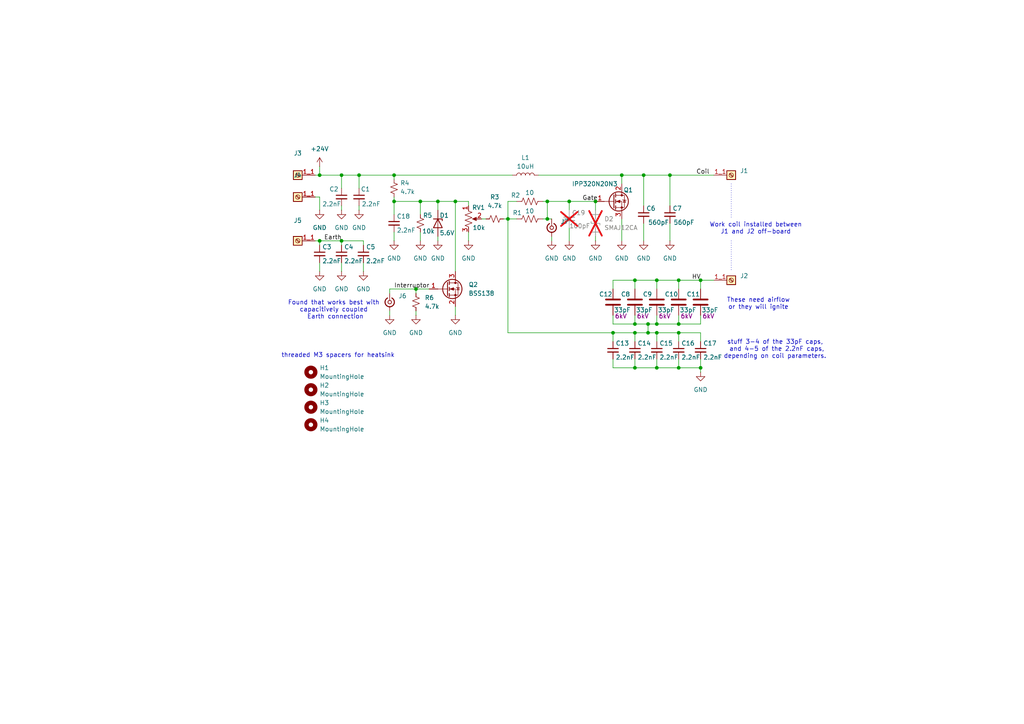
<source format=kicad_sch>
(kicad_sch (version 20231120) (generator "eeschema") (generator_version "8.0")
  (paper "A4")
  (lib_symbols
    (symbol "Connector:Conn_Coaxial_Small" (pin_numbers hide) (pin_names (offset 1.016) hide)
      (property "Reference" "J" (at 0.254 3.048 0))
      (property "Value" "Conn_Coaxial_Small" (at 0 -3.81 0))
      (symbol "Conn_Coaxial_Small_0_1"
        (polyline (pts (xy -2.54 0) (xy -0.508 0)))
        (circle (center 0 0) (radius 0.508) (stroke (width 0.2032)))
      )
      (symbol "Conn_Coaxial_Small_1_1"
        (arc (start -1.1916 -0.6311) (mid 0.327 -1.3081) (end 1.3484 0.0039) (stroke (width 0.3048)))
        (arc (start 1.3484 -0.0039) (mid 0.327 1.3081) (end -1.1916 0.6311) (stroke (width 0.3048)))
        (pin passive line (at -2.54 0 0) (length 1.27) (name "In") (number "1"))
        (pin passive line (at 2.54 0 180) (length 1.27) (name "Ext") (number "2"))
      )
    )
    (symbol "Device:C" (pin_numbers hide) (pin_names (offset 0.254))
      (property "Reference" "C" (at 0.635 2.54 0))
      (property "Value" "C" (at 0.635 -2.54 0))
      (symbol "C_0_1"
        (polyline (pts (xy -2.032 -0.762) (xy 2.032 -0.762)) (stroke (width 0.508)))
        (polyline (pts (xy -2.032 0.762) (xy 2.032 0.762)) (stroke (width 0.508)))
      )
      (symbol "C_1_1"
        (pin passive line (at 0 3.81 270) (length 2.794) (name "~") (number "1"))
        (pin passive line (at 0 -3.81 90) (length 2.794) (name "~") (number "2"))
      )
    )
    (symbol "Device:C_Small" (pin_numbers hide) (pin_names (offset 0.254) hide)
      (property "Reference" "C" (at 0.254 1.778 0))
      (property "Value" "C_Small" (at 0.254 -2.032 0))
      (symbol "C_Small_0_1"
        (polyline (pts (xy -1.524 -0.508) (xy 1.524 -0.508)) (stroke (width 0.3302)))
        (polyline (pts (xy -1.524 0.508) (xy 1.524 0.508)) (stroke (width 0.3048)))
      )
      (symbol "C_Small_1_1"
        (pin passive line (at 0 2.54 270) (length 2.032) (name "~") (number "1"))
        (pin passive line (at 0 -2.54 90) (length 2.032) (name "~") (number "2"))
      )
    )
    (symbol "Device:D_Zener" (pin_numbers hide) (pin_names (offset 1.016) hide)
      (property "Reference" "D" (at 0 2.54 0))
      (property "Value" "D_Zener" (at 0 -2.54 0))
      (symbol "D_Zener_0_1"
        (polyline (pts (xy 1.27 0) (xy -1.27 0)))
        (polyline (pts (xy -1.27 -1.27) (xy -1.27 1.27) (xy -0.762 1.27)) (stroke (width 0.254)))
        (polyline (pts (xy 1.27 -1.27) (xy 1.27 1.27) (xy -1.27 0) (xy 1.27 -1.27)) (stroke (width 0.254)))
      )
      (symbol "D_Zener_1_1"
        (pin passive line (at -3.81 0 0) (length 2.54) (name "K") (number "1"))
        (pin passive line (at 3.81 0 180) (length 2.54) (name "A") (number "2"))
      )
    )
    (symbol "Device:L" (pin_numbers hide) (pin_names (offset 1.016) hide)
      (property "Reference" "L" (at -1.27 0 90))
      (property "Value" "L" (at 1.905 0 90))
      (symbol "L_0_1"
        (arc (start 0 -2.54) (mid 0.6323 -1.905) (end 0 -1.27))
        (arc (start 0 -1.27) (mid 0.6323 -0.635) (end 0 0))
        (arc (start 0 0) (mid 0.6323 0.635) (end 0 1.27))
        (arc (start 0 1.27) (mid 0.6323 1.905) (end 0 2.54))
      )
      (symbol "L_1_1"
        (pin passive line (at 0 3.81 270) (length 1.27) (name "1") (number "1"))
        (pin passive line (at 0 -3.81 90) (length 1.27) (name "2") (number "2"))
      )
    )
    (symbol "Device:R_Potentiometer_US" (pin_names (offset 1.016) hide)
      (property "Reference" "RV" (at -4.445 0 90))
      (property "Value" "R_Potentiometer_US" (at -2.54 0 90))
      (symbol "R_Potentiometer_US_0_1"
        (polyline (pts (xy 0 -2.286) (xy 0 -2.54)))
        (polyline (pts (xy 0 2.54) (xy 0 2.286)))
        (polyline (pts (xy 2.54 0) (xy 1.524 0)))
        (polyline (pts (xy 1.143 0) (xy 2.286 0.508) (xy 2.286 -0.508) (xy 1.143 0)) (fill (type outline)))
        (polyline (pts (xy 0 -0.762) (xy 1.016 -1.143) (xy 0 -1.524) (xy -1.016 -1.905) (xy 0 -2.286)))
        (polyline (pts (xy 0 0.762) (xy 1.016 0.381) (xy 0 0) (xy -1.016 -0.381) (xy 0 -0.762)))
        (polyline (pts (xy 0 2.286) (xy 1.016 1.905) (xy 0 1.524) (xy -1.016 1.143) (xy 0 0.762)))
      )
      (symbol "R_Potentiometer_US_1_1"
        (pin passive line (at 0 3.81 270) (length 1.27) (name "1") (number "1"))
        (pin passive line (at 3.81 0 180) (length 1.27) (name "2") (number "2"))
        (pin passive line (at 0 -3.81 90) (length 1.27) (name "3") (number "3"))
      )
    )
    (symbol "Device:R_Small_US" (pin_numbers hide) (pin_names (offset 0.254) hide)
      (property "Reference" "R" (at 0.762 0.508 0))
      (property "Value" "R_Small_US" (at 0.762 -1.016 0))
      (symbol "R_Small_US_1_1"
        (polyline (pts (xy 0 0) (xy 1.016 -0.381) (xy 0 -0.762) (xy -1.016 -1.143) (xy 0 -1.524)))
        (polyline (pts (xy 0 1.524) (xy 1.016 1.143) (xy 0 0.762) (xy -1.016 0.381) (xy 0 0)))
        (pin passive line (at 0 2.54 270) (length 1.016) (name "~") (number "1"))
        (pin passive line (at 0 -2.54 90) (length 1.016) (name "~") (number "2"))
      )
    )
    (symbol "Device:R_US" (pin_numbers hide) (pin_names (offset 0))
      (property "Reference" "R" (at 2.54 0 90))
      (property "Value" "R_US" (at -2.54 0 90))
      (symbol "R_US_0_1"
        (polyline (pts (xy 0 -2.286) (xy 0 -2.54)))
        (polyline (pts (xy 0 2.286) (xy 0 2.54)))
        (polyline (pts (xy 0 -0.762) (xy 1.016 -1.143) (xy 0 -1.524) (xy -1.016 -1.905) (xy 0 -2.286)))
        (polyline (pts (xy 0 0.762) (xy 1.016 0.381) (xy 0 0) (xy -1.016 -0.381) (xy 0 -0.762)))
        (polyline (pts (xy 0 2.286) (xy 1.016 1.905) (xy 0 1.524) (xy -1.016 1.143) (xy 0 0.762)))
      )
      (symbol "R_US_1_1"
        (pin passive line (at 0 3.81 270) (length 1.27) (name "~") (number "1"))
        (pin passive line (at 0 -3.81 90) (length 1.27) (name "~") (number "2"))
      )
    )
    (symbol "Diode:SMAJ12CA" (pin_numbers hide) (pin_names (offset 1.016) hide)
      (property "Reference" "D" (at 0 2.54 0))
      (property "Value" "SMAJ12CA" (at 0 -2.54 0))
      (symbol "SMAJ12CA_0_1"
        (polyline (pts (xy 1.27 0) (xy -1.27 0)))
        (polyline (pts (xy -2.54 -1.27) (xy 0 0) (xy -2.54 1.27) (xy -2.54 -1.27)) (stroke (width 0.2032)))
        (polyline (pts (xy 0.508 1.27) (xy 0 1.27) (xy 0 -1.27) (xy -0.508 -1.27)) (stroke (width 0.2032)))
        (polyline (pts (xy 2.54 1.27) (xy 2.54 -1.27) (xy 0 0) (xy 2.54 1.27)) (stroke (width 0.2032)))
      )
      (symbol "SMAJ12CA_1_1"
        (pin passive line (at -3.81 0 0) (length 2.54) (name "A1") (number "1"))
        (pin passive line (at 3.81 0 180) (length 2.54) (name "A2") (number "2"))
      )
    )
    (symbol "Mechanical:MountingHole" (pin_names (offset 1.016)) (exclude_from_sim yes) (in_bom no)
      (property "Reference" "H" (at 0 5.08 0))
      (property "Value" "MountingHole" (at 0 3.175 0))
      (symbol "MountingHole_0_1"
        (circle (center 0 0) (radius 1.27) (stroke (width 1.27)))
      )
    )
    (symbol "Transistor_FET:BSS138" (pin_names hide)
      (property "Reference" "Q" (at 5.08 1.905 0))
      (property "Value" "BSS138" (at 5.08 0 0))
      (symbol "BSS138_0_1"
        (polyline (pts (xy 0.254 0) (xy -2.54 0)))
        (polyline (pts (xy 0.254 1.905) (xy 0.254 -1.905)) (stroke (width 0.254)))
        (polyline (pts (xy 0.762 -1.27) (xy 0.762 -2.286)) (stroke (width 0.254)))
        (polyline (pts (xy 0.762 0.508) (xy 0.762 -0.508)) (stroke (width 0.254)))
        (polyline (pts (xy 0.762 2.286) (xy 0.762 1.27)) (stroke (width 0.254)))
        (polyline (pts (xy 2.54 2.54) (xy 2.54 1.778)))
        (polyline (pts (xy 2.54 -2.54) (xy 2.54 0) (xy 0.762 0)))
        (polyline (pts (xy 0.762 -1.778) (xy 3.302 -1.778) (xy 3.302 1.778) (xy 0.762 1.778)))
        (polyline (pts (xy 1.016 0) (xy 2.032 0.381) (xy 2.032 -0.381) (xy 1.016 0)) (fill (type outline)))
        (polyline (pts (xy 2.794 0.508) (xy 2.921 0.381) (xy 3.683 0.381) (xy 3.81 0.254)))
        (polyline (pts (xy 3.302 0.381) (xy 2.921 -0.254) (xy 3.683 -0.254) (xy 3.302 0.381)))
        (circle (center 1.651 0) (radius 2.794) (stroke (width 0.254)))
        (circle (center 2.54 -1.778) (radius 0.254) (fill (type outline)))
        (circle (center 2.54 1.778) (radius 0.254) (fill (type outline)))
      )
      (symbol "BSS138_1_1"
        (pin input line (at -5.08 0 0) (length 2.54) (name "G") (number "1"))
        (pin passive line (at 2.54 -5.08 90) (length 2.54) (name "S") (number "2"))
        (pin passive line (at 2.54 5.08 270) (length 2.54) (name "D") (number "3"))
      )
    )
    (symbol "donutlib:IPP320N20N3" (pin_names hide)
      (property "Reference" "Q" (at 5.08 1.905 0))
      (property "Value" "IPP320N20N3" (at 5.08 0 0))
      (symbol "IPP320N20N3_0_1"
        (polyline (pts (xy 0.254 0) (xy -2.54 0)))
        (polyline (pts (xy 0.254 1.905) (xy 0.254 -1.905)) (stroke (width 0.254)))
        (polyline (pts (xy 0.762 -1.27) (xy 0.762 -2.286)) (stroke (width 0.254)))
        (polyline (pts (xy 0.762 0.508) (xy 0.762 -0.508)) (stroke (width 0.254)))
        (polyline (pts (xy 0.762 2.286) (xy 0.762 1.27)) (stroke (width 0.254)))
        (polyline (pts (xy 2.54 2.54) (xy 2.54 1.778)))
        (polyline (pts (xy 2.54 -2.54) (xy 2.54 0) (xy 0.762 0)))
        (polyline (pts (xy 0.762 -1.778) (xy 3.302 -1.778) (xy 3.302 1.778) (xy 0.762 1.778)))
        (polyline (pts (xy 1.016 0) (xy 2.032 0.381) (xy 2.032 -0.381) (xy 1.016 0)) (fill (type outline)))
        (polyline (pts (xy 2.794 0.508) (xy 2.921 0.381) (xy 3.683 0.381) (xy 3.81 0.254)))
        (polyline (pts (xy 3.302 0.381) (xy 2.921 -0.254) (xy 3.683 -0.254) (xy 3.302 0.381)))
        (circle (center 1.651 0) (radius 2.794) (stroke (width 0.254)))
        (circle (center 2.54 -1.778) (radius 0.254) (fill (type outline)))
        (circle (center 2.54 1.778) (radius 0.254) (fill (type outline)))
      )
      (symbol "IPP320N20N3_1_1"
        (pin input line (at -5.08 0 0) (length 2.54) (name "G") (number "1"))
        (pin passive line (at 2.54 5.08 270) (length 2.54) (name "D") (number "2"))
        (pin passive line (at 2.54 -5.08 90) (length 2.54) (name "S") (number "3"))
      )
    )
    (symbol "donutlib:Keystone_7767" (pin_names (offset 1.016) hide)
      (property "Reference" "J" (at 0 2.54 0))
      (property "Value" "Keystone 7767" (at 0 -2.54 0))
      (symbol "Keystone_7767_1_1"
        (rectangle (start -1.27 1.27) (end 1.27 -1.27) (stroke (width 0.254)) (fill (type background)))
        (polyline (pts (xy -0.5334 0.3302) (xy 0.3302 -0.508)) (stroke (width 0.1524)))
        (polyline (pts (xy -0.3556 0.508) (xy 0.508 -0.3302)) (stroke (width 0.1524)))
        (circle (center 0 0) (radius 0.635) (stroke (width 0.1524)))
        (pin passive line (at -5.08 0 0) (length 3.81) (name "Pin_1") (number "1_1"))
        (pin passive line (at -5.08 0 0) (length 3.81) hide (name "Pin_1") (number "1_2"))
        (pin passive line (at -5.08 0 0) (length 3.81) hide (name "Pin_1") (number "1_3"))
        (pin passive line (at -5.08 0 0) (length 3.81) hide (name "Pin_1") (number "1_4"))
      )
    )
    (symbol "power:+24V" (power) (pin_numbers hide) (pin_names (offset 0) hide)
      (property "Value" "+24V" (at 0 3.556 0))
      (symbol "+24V_0_1"
        (polyline (pts (xy -0.762 1.27) (xy 0 2.54)))
        (polyline (pts (xy 0 0) (xy 0 2.54)))
        (polyline (pts (xy 0 2.54) (xy 0.762 1.27)))
      )
      (symbol "+24V_1_1"
        (pin power_in line (at 0 0 90) (length 0) (name "~") (number "1"))
      )
    )
    (symbol "power:GND" (power) (pin_numbers hide) (pin_names (offset 0) hide)
      (property "Value" "GND" (at 0 -3.81 0))
      (symbol "GND_0_1"
        (polyline (pts (xy 0 0) (xy 0 -1.27) (xy 1.27 -1.27) (xy 0 -2.54) (xy -1.27 -1.27) (xy 0 -1.27)))
      )
      (symbol "GND_1_1"
        (pin power_in line (at 0 0 270) (length 0) (name "~") (number "1"))
      )
    )
  )
  (junction (at 184.15 106.68))
  (junction (at 184.15 93.98))
  (junction (at 190.5 81.28))
  (junction (at 187.96 93.98))
  (junction (at 114.3 50.8))
  (junction (at 196.85 81.28))
  (junction (at 165.1 58.42))
  (junction (at 190.5 96.52))
  (junction (at 158.75 58.42))
  (junction (at 203.2 106.68))
  (junction (at 196.85 106.68))
  (junction (at 114.3 58.42))
  (junction (at 132.08 58.42))
  (junction (at 120.65 83.82))
  (junction (at 196.85 96.52))
  (junction (at 196.85 93.98))
  (junction (at 184.15 81.28))
  (junction (at 180.34 50.8))
  (junction (at 186.69 50.8))
  (junction (at 190.5 106.68))
  (junction (at 104.14 50.8))
  (junction (at 127 58.42))
  (junction (at 190.5 93.98))
  (junction (at 158.75 63.5))
  (junction (at 99.06 50.8))
  (junction (at 187.96 96.52))
  (junction (at 203.2 81.28))
  (junction (at 92.71 50.8))
  (junction (at 172.72 58.42))
  (junction (at 177.8 96.52))
  (junction (at 121.92 58.42))
  (junction (at 99.06 69.85))
  (junction (at 147.32 63.5))
  (junction (at 184.15 96.52))
  (junction (at 92.71 69.85))
  (junction (at 194.31 50.8))
  (wire (pts (xy 184.15 96.52) (xy 184.15 99.06)))
  (wire (pts (xy 190.5 106.68) (xy 196.85 106.68)))
  (wire (pts (xy 165.1 58.42) (xy 165.1 60.96)))
  (wire (pts (xy 146.05 63.5) (xy 147.32 63.5)))
  (wire (pts (xy 127 58.42) (xy 127 60.96)))
  (wire (pts (xy 190.5 96.52) (xy 196.85 96.52)))
  (wire (pts (xy 160.02 68.58) (xy 160.02 69.85)))
  (wire (pts (xy 203.2 104.14) (xy 203.2 106.68)))
  (wire (pts (xy 158.75 58.42) (xy 158.75 63.5)))
  (wire (pts (xy 147.32 96.52) (xy 177.8 96.52)))
  (wire (pts (xy 190.5 104.14) (xy 190.5 106.68)))
  (wire (pts (xy 99.06 71.12) (xy 99.06 69.85)))
  (wire (pts (xy 196.85 106.68) (xy 203.2 106.68)))
  (wire (pts (xy 184.15 106.68) (xy 190.5 106.68)))
  (wire (pts (xy 113.03 90.17) (xy 113.03 91.44)))
  (wire (pts (xy 157.48 58.42) (xy 158.75 58.42)))
  (polyline (pts (xy 212.09 53.34) (xy 212.09 63.5)) (stroke (width 0) (type dot)))
  (wire (pts (xy 190.5 93.98) (xy 196.85 93.98)))
  (wire (pts (xy 160.02 63.5) (xy 158.75 63.5)))
  (wire (pts (xy 99.06 59.69) (xy 99.06 60.96)))
  (wire (pts (xy 196.85 99.06) (xy 196.85 96.52)))
  (wire (pts (xy 92.71 48.26) (xy 92.71 50.8)))
  (wire (pts (xy 207.01 81.28) (xy 203.2 81.28)))
  (wire (pts (xy 190.5 83.82) (xy 190.5 81.28)))
  (wire (pts (xy 147.32 63.5) (xy 147.32 96.52)))
  (wire (pts (xy 190.5 99.06) (xy 190.5 96.52)))
  (wire (pts (xy 104.14 50.8) (xy 114.3 50.8)))
  (wire (pts (xy 203.2 106.68) (xy 203.2 107.95)))
  (wire (pts (xy 104.14 50.8) (xy 104.14 54.61)))
  (wire (pts (xy 190.5 81.28) (xy 196.85 81.28)))
  (wire (pts (xy 99.06 69.85) (xy 105.41 69.85)))
  (wire (pts (xy 135.89 67.31) (xy 135.89 69.85)))
  (wire (pts (xy 127 58.42) (xy 132.08 58.42)))
  (wire (pts (xy 91.44 50.8) (xy 92.71 50.8)))
  (wire (pts (xy 92.71 69.85) (xy 99.06 69.85)))
  (wire (pts (xy 187.96 93.98) (xy 190.5 93.98)))
  (wire (pts (xy 114.3 50.8) (xy 114.3 52.07)))
  (wire (pts (xy 177.8 106.68) (xy 184.15 106.68)))
  (wire (pts (xy 186.69 50.8) (xy 186.69 59.69)))
  (wire (pts (xy 113.03 83.82) (xy 120.65 83.82)))
  (wire (pts (xy 165.1 58.42) (xy 172.72 58.42)))
  (wire (pts (xy 147.32 58.42) (xy 147.32 63.5)))
  (wire (pts (xy 158.75 58.42) (xy 165.1 58.42)))
  (wire (pts (xy 121.92 67.31) (xy 121.92 69.85)))
  (wire (pts (xy 140.97 63.5) (xy 139.7 63.5)))
  (wire (pts (xy 147.32 58.42) (xy 149.86 58.42)))
  (wire (pts (xy 172.72 68.58) (xy 172.72 69.85)))
  (wire (pts (xy 177.8 81.28) (xy 184.15 81.28)))
  (wire (pts (xy 135.89 58.42) (xy 135.89 59.69)))
  (wire (pts (xy 99.06 50.8) (xy 99.06 54.61)))
  (wire (pts (xy 177.8 96.52) (xy 184.15 96.52)))
  (wire (pts (xy 172.72 58.42) (xy 172.72 60.96)))
  (wire (pts (xy 184.15 83.82) (xy 184.15 81.28)))
  (wire (pts (xy 104.14 59.69) (xy 104.14 60.96)))
  (wire (pts (xy 114.3 50.8) (xy 148.59 50.8)))
  (wire (pts (xy 156.21 50.8) (xy 180.34 50.8)))
  (wire (pts (xy 203.2 91.44) (xy 203.2 93.98)))
  (wire (pts (xy 177.8 104.14) (xy 177.8 106.68)))
  (wire (pts (xy 194.31 64.77) (xy 194.31 69.85)))
  (wire (pts (xy 99.06 76.2) (xy 99.06 78.74)))
  (wire (pts (xy 196.85 81.28) (xy 203.2 81.28)))
  (wire (pts (xy 92.71 50.8) (xy 99.06 50.8)))
  (wire (pts (xy 203.2 99.06) (xy 203.2 96.52)))
  (wire (pts (xy 186.69 50.8) (xy 194.31 50.8)))
  (polyline (pts (xy 212.09 69.85) (xy 212.09 78.74)) (stroke (width 0) (type dot)))
  (wire (pts (xy 120.65 90.17) (xy 120.65 91.44)))
  (wire (pts (xy 121.92 58.42) (xy 121.92 62.23)))
  (wire (pts (xy 177.8 99.06) (xy 177.8 96.52)))
  (wire (pts (xy 186.69 64.77) (xy 186.69 69.85)))
  (wire (pts (xy 120.65 83.82) (xy 120.65 85.09)))
  (wire (pts (xy 124.46 83.82) (xy 120.65 83.82)))
  (wire (pts (xy 196.85 91.44) (xy 196.85 93.98)))
  (wire (pts (xy 99.06 50.8) (xy 104.14 50.8)))
  (wire (pts (xy 92.71 69.85) (xy 91.44 69.85)))
  (wire (pts (xy 194.31 50.8) (xy 194.31 59.69)))
  (wire (pts (xy 114.3 58.42) (xy 114.3 62.23)))
  (wire (pts (xy 92.71 60.96) (xy 92.71 57.15)))
  (wire (pts (xy 149.86 63.5) (xy 147.32 63.5)))
  (wire (pts (xy 114.3 57.15) (xy 114.3 58.42)))
  (wire (pts (xy 180.34 50.8) (xy 186.69 50.8)))
  (wire (pts (xy 184.15 81.28) (xy 190.5 81.28)))
  (wire (pts (xy 132.08 58.42) (xy 135.89 58.42)))
  (wire (pts (xy 114.3 58.42) (xy 121.92 58.42)))
  (wire (pts (xy 105.41 71.12) (xy 105.41 69.85)))
  (wire (pts (xy 194.31 50.8) (xy 207.01 50.8)))
  (wire (pts (xy 184.15 91.44) (xy 184.15 93.98)))
  (wire (pts (xy 187.96 96.52) (xy 190.5 96.52)))
  (wire (pts (xy 203.2 81.28) (xy 203.2 83.82)))
  (wire (pts (xy 196.85 104.14) (xy 196.85 106.68)))
  (wire (pts (xy 196.85 96.52) (xy 203.2 96.52)))
  (wire (pts (xy 187.96 93.98) (xy 187.96 96.52)))
  (wire (pts (xy 177.8 93.98) (xy 184.15 93.98)))
  (wire (pts (xy 105.41 76.2) (xy 105.41 78.74)))
  (wire (pts (xy 190.5 91.44) (xy 190.5 93.98)))
  (wire (pts (xy 113.03 85.09) (xy 113.03 83.82)))
  (wire (pts (xy 132.08 58.42) (xy 132.08 78.74)))
  (wire (pts (xy 184.15 104.14) (xy 184.15 106.68)))
  (wire (pts (xy 180.34 50.8) (xy 180.34 53.34)))
  (wire (pts (xy 92.71 69.85) (xy 92.71 71.12)))
  (wire (pts (xy 184.15 93.98) (xy 187.96 93.98)))
  (wire (pts (xy 184.15 96.52) (xy 187.96 96.52)))
  (wire (pts (xy 157.48 63.5) (xy 158.75 63.5)))
  (wire (pts (xy 92.71 57.15) (xy 91.44 57.15)))
  (wire (pts (xy 196.85 83.82) (xy 196.85 81.28)))
  (wire (pts (xy 165.1 66.04) (xy 165.1 69.85)))
  (wire (pts (xy 177.8 83.82) (xy 177.8 81.28)))
  (wire (pts (xy 196.85 93.98) (xy 203.2 93.98)))
  (wire (pts (xy 132.08 91.44) (xy 132.08 88.9)))
  (wire (pts (xy 121.92 58.42) (xy 127 58.42)))
  (wire (pts (xy 114.3 67.31) (xy 114.3 69.85)))
  (wire (pts (xy 180.34 63.5) (xy 180.34 69.85)))
  (wire (pts (xy 177.8 91.44) (xy 177.8 93.98)))
  (wire (pts (xy 127 69.85) (xy 127 68.58)))
  (wire (pts (xy 92.71 76.2) (xy 92.71 78.74)))
  (text "Work coil installed between\nJ1 and J2 off-board" (at 219.202 66.294 0) (effects (font (size 1.27 1.27))))
  (text "threaded M3 spacers for heatsink" (at 98.044 103.124 0) (effects (font (size 1.27 1.27))))
  (text "These need airflow\nor they will ignite" (at 219.964 88.138 0) (effects (font (size 1.27 1.27))))
  (text "stuff 3-4 of the 33pF caps, \nand 4-5 of the 2.2nF caps,\ndepending on coil parameters. " (at 225.298 101.346 0) (effects (font (size 1.27 1.27))))
  (text "Found that works best with \ncapacitively coupled \nEarth connection" (at 97.282 89.916 0) (effects (font (size 1.27 1.27))))
  (label "Gate" (at 168.91 58.42 0))
  (label "Interruptor" (at 114.3 83.82 0))
  (label "Earth" (at 93.98 69.85 0))
  (label "HV" (at 200.66 81.28 0))
  (label "Coil" (at 201.93 50.8 0))
  (symbol (lib_id "Device:C") (at 196.85 87.63 0) (unit 1)
    (property "Reference" "C10" (at 192.786 85.344 0) (effects (justify left)))
    (property "Value" "33pF" (at 197.104 89.916 0) (effects (justify left)))
    (property "Footprint" "donutlib:TDK_Disc_D7.5mm_W5.0mm_P7.50mm" (effects (hide yes)))
    (property "Datasheet" "https://product.tdk.com/system/files/dam/doc/product/capacitor/ceramic/lead-disc/catalog/leaddisc_commercial_cc45_en.pdf?ref_disty=mouser" (effects (hide yes)))
    (property "Description" "Unpolarized capacitor" (effects (hide yes)))
    (property "MPN" "CC45SL3JD330JYNNA " (effects (hide yes)))
    (property "Voltage" "6kV" (at 199.136 91.694 0))
    (property "Dielectric" "SL" (effects (hide yes)))
  )
  (symbol (lib_id "Device:C_Small") (at 196.85 101.6 0) (unit 1)
    (property "Reference" "C16" (at 197.612 99.568 0) (effects (justify left)))
    (property "Value" "2.2nF" (at 197.612 103.632 0) (effects (justify left)))
    (property "Footprint" "Capacitor_SMD:C_0805_2012Metric" (effects (hide yes)))
    (property "Datasheet" "https://search.kemet.com/download/datasheet/C0805C222JAGACAUTO" (effects (hide yes)))
    (property "Description" "Unpolarized capacitor, small symbol" (effects (hide yes)))
    (property "MPN" "C0805C222JAGACAUTO" (effects (hide yes)))
    (property "Voltage" "250V" (effects (hide yes)))
    (property "Dielectric" "C0G/NP0" (effects (hide yes)))
  )
  (symbol (lib_id "Mechanical:MountingHole") (at 90.17 123.19 0) (unit 1) (exclude_from_sim yes) (in_bom no)
    (property "Reference" "H4" (at 92.71 121.9199 0) (effects (justify left)))
    (property "Value" "MountingHole" (at 92.71 124.4599 0) (effects (justify left)))
    (property "Footprint" "donutlib:WA-SMSI_9774025360" (effects (hide yes)))
    (property "Description" "Mounting Hole without connection" (effects (hide yes)))
  )
  (symbol (lib_id "Mechanical:MountingHole") (at 90.17 113.03 0) (unit 1) (exclude_from_sim yes) (in_bom no)
    (property "Reference" "H2" (at 92.71 111.7599 0) (effects (justify left)))
    (property "Value" "MountingHole" (at 92.71 114.2999 0) (effects (justify left)))
    (property "Footprint" "donutlib:WA-SMSI_9774025360" (effects (hide yes)))
    (property "Description" "Mounting Hole without connection" (effects (hide yes)))
  )
  (symbol (lib_id "Device:R_US") (at 153.67 58.42 90) (unit 1)
    (property "Reference" "R2" (at 150.876 56.642 90) (effects (justify left)))
    (property "Value" "10" (at 154.94 55.88 90) (effects (justify left)))
    (property "Footprint" "Resistor_SMD:R_2512_6332Metric" (effects (hide yes)))
    (property "Description" "Resistor, US symbol" (effects (hide yes)))
    (property "MPN" "SR2512JK-7W10RL" (effects (hide yes)))
  )
  (symbol (lib_id "power:GND") (at 92.71 60.96 0) (unit 1)
    (property "Reference" "#PWR02" (effects (hide yes)))
    (property "Value" "GND" (at 92.71 66.04 0))
    (property "Description" "Power symbol creates a global label with name \"GND\" , ground" (effects (hide yes)))
  )
  (symbol (lib_id "power:GND") (at 172.72 69.85 0) (unit 1)
    (property "Reference" "#PWR016" (effects (hide yes)))
    (property "Value" "GND" (at 172.72 74.93 0))
    (property "Description" "Power symbol creates a global label with name \"GND\" , ground" (effects (hide yes)))
  )
  (symbol (lib_id "Connector:Conn_Coaxial_Small") (at 160.02 66.04 270) (unit 1)
    (property "Reference" "J7" (at 162.56 64.2503 90) (effects (justify left)))
    (property "Value" "Conn_Coaxial_Small" (effects (hide yes)))
    (property "Footprint" "Connector_Coaxial:SMA_Amphenol_132134-11_Vertical" (effects (hide yes)))
    (property "Description" "small coaxial connector (BNC, SMA, SMB, SMC, Cinch/RCA, LEMO, ...)" (effects (hide yes)))
  )
  (symbol (lib_id "Device:C_Small") (at 165.1 63.5 0) (unit 1) (in_bom no) (dnp yes)
    (property "Reference" "C19" (at 165.862 61.722 0) (effects (justify left)))
    (property "Value" "100pF" (at 165.1 65.532 0) (effects (justify left)))
    (property "Footprint" "Capacitor_SMD:C_1206_3216Metric" (effects (hide yes)))
    (property "Description" "Unpolarized capacitor, small symbol" (effects (hide yes)))
  )
  (symbol (lib_id "power:GND") (at 105.41 78.74 0) (unit 1)
    (property "Reference" "#PWR05" (effects (hide yes)))
    (property "Value" "GND" (at 105.41 83.82 0))
    (property "Description" "Power symbol creates a global label with name \"GND\" , ground" (effects (hide yes)))
  )
  (symbol (lib_id "power:GND") (at 92.71 78.74 0) (unit 1)
    (property "Reference" "#PWR03" (effects (hide yes)))
    (property "Value" "GND" (at 92.71 83.82 0))
    (property "Description" "Power symbol creates a global label with name \"GND\" , ground" (effects (hide yes)))
  )
  (symbol (lib_id "Device:C_Small") (at 99.06 73.66 0) (unit 1)
    (property "Reference" "C4" (at 99.822 71.628 0) (effects (justify left)))
    (property "Value" "2.2nF" (at 99.822 75.692 0) (effects (justify left)))
    (property "Footprint" "Capacitor_SMD:C_0805_2012Metric" (effects (hide yes)))
    (property "Datasheet" "https://search.kemet.com/download/datasheet/C0805C222JAGACAUTO" (effects (hide yes)))
    (property "Description" "Unpolarized capacitor, small symbol" (effects (hide yes)))
    (property "MPN" "C0805C222JAGACAUTO" (effects (hide yes)))
    (property "Voltage" "250V" (effects (hide yes)))
    (property "Dielectric" "C0G/NP0" (effects (hide yes)))
  )
  (symbol (lib_id "Device:R_Small_US") (at 114.3 54.61 180) (unit 1)
    (property "Reference" "R4" (at 116.078 53.086 0) (effects (justify right)))
    (property "Value" "4.7k" (at 116.078 55.626 0) (effects (justify right)))
    (property "Footprint" "Resistor_SMD:R_0603_1608Metric" (effects (hide yes)))
    (property "Description" "Resistor, small US symbol" (effects (hide yes)))
  )
  (symbol (lib_id "power:GND") (at 114.3 69.85 0) (unit 1)
    (property "Reference" "#PWR015" (effects (hide yes)))
    (property "Value" "GND" (at 114.3 74.93 0))
    (property "Description" "Power symbol creates a global label with name \"GND\" , ground" (effects (hide yes)))
  )
  (symbol (lib_id "power:GND") (at 132.08 91.44 0) (unit 1)
    (property "Reference" "#PWR017" (effects (hide yes)))
    (property "Value" "GND" (at 132.08 96.52 0))
    (property "Description" "Power symbol creates a global label with name \"GND\" , ground" (effects (hide yes)))
  )
  (symbol (lib_id "power:GND") (at 121.92 69.85 0) (unit 1)
    (property "Reference" "#PWR013" (effects (hide yes)))
    (property "Value" "GND" (at 121.92 74.93 0))
    (property "Description" "Power symbol creates a global label with name \"GND\" , ground" (effects (hide yes)))
  )
  (symbol (lib_id "donutlib:Keystone_7767") (at 212.09 50.8 0) (unit 1)
    (property "Reference" "J1" (at 214.63 49.5299 0) (effects (justify left)))
    (property "Value" "Keystone 7767" (effects (hide yes)))
    (property "Footprint" "donutlib:KEYSTONE_7767" (effects (hide yes)))
    (property "Datasheet" "https://www.keyelco.com/userAssets/file/M65p69.pdf" (effects (hide yes)))
    (property "Description" "4 Pin Screw Terminal, Power Tap M4 Through Hole" (effects (hide yes)))
  )
  (symbol (lib_id "Device:C") (at 190.5 87.63 0) (unit 1)
    (property "Reference" "C9" (at 186.436 85.344 0) (effects (justify left)))
    (property "Value" "33pF" (at 190.754 89.916 0) (effects (justify left)))
    (property "Footprint" "donutlib:TDK_Disc_D7.5mm_W5.0mm_P7.50mm" (effects (hide yes)))
    (property "Datasheet" "https://product.tdk.com/system/files/dam/doc/product/capacitor/ceramic/lead-disc/catalog/leaddisc_commercial_cc45_en.pdf?ref_disty=mouser" (effects (hide yes)))
    (property "Description" "Unpolarized capacitor" (effects (hide yes)))
    (property "MPN" "CC45SL3JD330JYNNA " (effects (hide yes)))
    (property "Voltage" "6kV" (at 192.786 91.694 0))
    (property "Dielectric" "SL" (effects (hide yes)))
  )
  (symbol (lib_id "power:GND") (at 160.02 69.85 0) (unit 1)
    (property "Reference" "#PWR021" (effects (hide yes)))
    (property "Value" "GND" (at 160.02 74.93 0))
    (property "Description" "Power symbol creates a global label with name \"GND\" , ground" (effects (hide yes)))
  )
  (symbol (lib_id "Device:C") (at 177.8 87.63 0) (unit 1)
    (property "Reference" "C12" (at 173.736 85.344 0) (effects (justify left)))
    (property "Value" "33pF" (at 178.054 89.916 0) (effects (justify left)))
    (property "Footprint" "donutlib:TDK_Disc_D7.5mm_W5.0mm_P7.50mm" (effects (hide yes)))
    (property "Datasheet" "https://product.tdk.com/system/files/dam/doc/product/capacitor/ceramic/lead-disc/catalog/leaddisc_commercial_cc45_en.pdf?ref_disty=mouser" (effects (hide yes)))
    (property "Description" "Unpolarized capacitor" (effects (hide yes)))
    (property "MPN" "CC45SL3JD330JYNNA " (effects (hide yes)))
    (property "Voltage" "6kV" (at 180.086 91.694 0))
    (property "Dielectric" "SL" (effects (hide yes)))
  )
  (symbol (lib_id "Device:C_Small") (at 114.3 64.77 0) (unit 1)
    (property "Reference" "C18" (at 115.062 62.738 0) (effects (justify left)))
    (property "Value" "2.2nF" (at 115.062 66.802 0) (effects (justify left)))
    (property "Footprint" "Capacitor_SMD:C_0805_2012Metric" (effects (hide yes)))
    (property "Datasheet" "https://search.kemet.com/download/datasheet/C0805C222JAGACAUTO" (effects (hide yes)))
    (property "Description" "Unpolarized capacitor, small symbol" (effects (hide yes)))
    (property "MPN" "C0805C222JAGACAUTO" (effects (hide yes)))
    (property "Voltage" "250V" (effects (hide yes)))
    (property "Dielectric" "C0G/NP0" (effects (hide yes)))
  )
  (symbol (lib_id "power:GND") (at 203.2 107.95 0) (unit 1)
    (property "Reference" "#PWR011" (effects (hide yes)))
    (property "Value" "GND" (at 203.2 113.03 0))
    (property "Description" "Power symbol creates a global label with name \"GND\" , ground" (effects (hide yes)))
  )
  (symbol (lib_id "power:GND") (at 120.65 91.44 0) (unit 1)
    (property "Reference" "#PWR018" (effects (hide yes)))
    (property "Value" "GND" (at 120.65 96.52 0))
    (property "Description" "Power symbol creates a global label with name \"GND\" , ground" (effects (hide yes)))
  )
  (symbol (lib_id "Device:D_Zener") (at 127 64.77 270) (unit 1)
    (property "Reference" "D1" (at 127.508 62.484 90) (effects (justify left)))
    (property "Value" "5.6V" (at 127.508 67.564 90) (effects (justify left)))
    (property "Footprint" "Diode_SMD:D_SOD-323_HandSoldering" (effects (hide yes)))
    (property "Description" "Zener diode" (effects (hide yes)))
    (property "MPN" "CUHZ5V6.H3F" (effects (hide yes)))
  )
  (symbol (lib_id "Device:C_Small") (at 203.2 101.6 0) (unit 1)
    (property "Reference" "C17" (at 203.962 99.568 0) (effects (justify left)))
    (property "Value" "2.2nF" (at 203.962 103.632 0) (effects (justify left)))
    (property "Footprint" "Capacitor_SMD:C_0805_2012Metric" (effects (hide yes)))
    (property "Datasheet" "https://search.kemet.com/download/datasheet/C0805C222JAGACAUTO" (effects (hide yes)))
    (property "Description" "Unpolarized capacitor, small symbol" (effects (hide yes)))
    (property "MPN" "C0805C222JAGACAUTO" (effects (hide yes)))
    (property "Voltage" "250V" (effects (hide yes)))
    (property "Dielectric" "C0G/NP0" (effects (hide yes)))
  )
  (symbol (lib_id "Device:C_Small") (at 177.8 101.6 0) (unit 1)
    (property "Reference" "C13" (at 178.562 99.568 0) (effects (justify left)))
    (property "Value" "2.2nF" (at 178.562 103.632 0) (effects (justify left)))
    (property "Footprint" "Capacitor_SMD:C_0805_2012Metric" (effects (hide yes)))
    (property "Datasheet" "https://search.kemet.com/download/datasheet/C0805C222JAGACAUTO" (effects (hide yes)))
    (property "Description" "Unpolarized capacitor, small symbol" (effects (hide yes)))
    (property "MPN" "C0805C222JAGACAUTO" (effects (hide yes)))
    (property "Voltage" "250V" (effects (hide yes)))
    (property "Dielectric" "C0G/NP0" (effects (hide yes)))
  )
  (symbol (lib_id "Device:C_Small") (at 186.69 62.23 0) (unit 1)
    (property "Reference" "C6" (at 187.452 60.452 0) (effects (justify left)))
    (property "Value" "560pF" (at 187.96 64.516 0) (effects (justify left)))
    (property "Footprint" "Capacitor_SMD:C_1206_3216Metric" (effects (hide yes)))
    (property "Description" "Unpolarized capacitor, small symbol" (effects (hide yes)))
    (property "MPN" "CC1206JRNPOBBN561" (effects (hide yes)))
  )
  (symbol (lib_id "power:GND") (at 186.69 69.85 0) (unit 1)
    (property "Reference" "#PWR09" (effects (hide yes)))
    (property "Value" "GND" (at 186.69 74.93 0))
    (property "Description" "Power symbol creates a global label with name \"GND\" , ground" (effects (hide yes)))
  )
  (symbol (lib_id "Transistor_FET:BSS138") (at 129.54 83.82 0) (unit 1)
    (property "Reference" "Q2" (at 135.89 82.5499 0) (effects (justify left)))
    (property "Value" "BSS138" (at 135.89 85.0899 0) (effects (justify left)))
    (property "Footprint" "Package_TO_SOT_SMD:SOT-23" (effects (hide yes)))
    (property "Datasheet" "https://www.onsemi.com/pub/Collateral/BSS138-D.PDF" (effects (hide yes)))
    (property "Description" "50V Vds, 0.22A Id, N-Channel MOSFET, SOT-23" (effects (hide yes)))
  )
  (symbol (lib_id "Device:L") (at 152.4 50.8 90) (unit 1)
    (property "Reference" "L1" (at 152.4 45.72 90))
    (property "Value" "10uH" (at 152.4 48.26 90))
    (property "Footprint" "Inductor_THT:L_Toroid_Vertical_L16.3mm_W7.1mm_P7.11mm_Pulse_H" (effects (hide yes)))
    (property "Description" "Inductor" (effects (hide yes)))
  )
  (symbol (lib_id "Device:C_Small") (at 190.5 101.6 0) (unit 1)
    (property "Reference" "C15" (at 191.262 99.568 0) (effects (justify left)))
    (property "Value" "2.2nF" (at 191.262 103.632 0) (effects (justify left)))
    (property "Footprint" "Capacitor_SMD:C_0805_2012Metric" (effects (hide yes)))
    (property "Datasheet" "https://search.kemet.com/download/datasheet/C0805C222JAGACAUTO" (effects (hide yes)))
    (property "Description" "Unpolarized capacitor, small symbol" (effects (hide yes)))
    (property "MPN" "C0805C222JAGACAUTO" (effects (hide yes)))
    (property "Voltage" "250V" (effects (hide yes)))
    (property "Dielectric" "C0G/NP0" (effects (hide yes)))
  )
  (symbol (lib_id "power:GND") (at 127 69.85 0) (unit 1)
    (property "Reference" "#PWR014" (effects (hide yes)))
    (property "Value" "GND" (at 127 74.93 0))
    (property "Description" "Power symbol creates a global label with name \"GND\" , ground" (effects (hide yes)))
  )
  (symbol (lib_id "Device:C_Small") (at 92.71 73.66 0) (unit 1)
    (property "Reference" "C3" (at 93.472 71.628 0) (effects (justify left)))
    (property "Value" "2.2nF" (at 93.472 75.692 0) (effects (justify left)))
    (property "Footprint" "Capacitor_SMD:C_0805_2012Metric" (effects (hide yes)))
    (property "Datasheet" "https://search.kemet.com/download/datasheet/C0805C222JAGACAUTO" (effects (hide yes)))
    (property "Description" "Unpolarized capacitor, small symbol" (effects (hide yes)))
    (property "MPN" "C0805C222JAGACAUTO" (effects (hide yes)))
    (property "Voltage" "250V" (effects (hide yes)))
    (property "Dielectric" "C0G/NP0" (effects (hide yes)))
  )
  (symbol (lib_id "Device:C_Small") (at 194.31 62.23 0) (unit 1)
    (property "Reference" "C7" (at 195.072 60.452 0) (effects (justify left)))
    (property "Value" "560pF" (at 195.326 64.516 0) (effects (justify left)))
    (property "Footprint" "Capacitor_SMD:C_1206_3216Metric" (effects (hide yes)))
    (property "Description" "Unpolarized capacitor, small symbol" (effects (hide yes)))
    (property "MPN" "CC1206JRNPOBBN561" (effects (hide yes)))
  )
  (symbol (lib_id "Diode:SMAJ12CA") (at 172.72 64.77 90) (unit 1) (in_bom no) (dnp yes)
    (property "Reference" "D2" (at 175.26 63.4999 90) (effects (justify right)))
    (property "Value" "SMAJ12CA" (at 175.26 66.0399 90) (effects (justify right)))
    (property "Footprint" "Diode_SMD:D_SMA" (effects (hide yes)))
    (property "Datasheet" "https://www.littelfuse.com/media?resourcetype=datasheets&itemid=75e32973-b177-4ee3-a0ff-cedaf1abdb93&filename=smaj-datasheet" (effects (hide yes)))
    (property "Description" "400W bidirectional Transient Voltage Suppressor, 12.0Vr, SMA(DO-214AC)" (effects (hide yes)))
  )
  (symbol (lib_id "Mechanical:MountingHole") (at 90.17 118.11 0) (unit 1) (exclude_from_sim yes) (in_bom no)
    (property "Reference" "H3" (at 92.71 116.8399 0) (effects (justify left)))
    (property "Value" "MountingHole" (at 92.71 119.3799 0) (effects (justify left)))
    (property "Footprint" "donutlib:WA-SMSI_9774025360" (effects (hide yes)))
    (property "Description" "Mounting Hole without connection" (effects (hide yes)))
  )
  (symbol (lib_id "power:GND") (at 135.89 69.85 0) (unit 1)
    (property "Reference" "#PWR012" (effects (hide yes)))
    (property "Value" "GND" (at 135.89 74.93 0))
    (property "Description" "Power symbol creates a global label with name \"GND\" , ground" (effects (hide yes)))
  )
  (symbol (lib_id "power:+24V") (at 92.71 48.26 0) (unit 1)
    (property "Reference" "#PWR01" (effects (hide yes)))
    (property "Value" "+24V" (at 92.71 43.18 0))
    (property "Description" "Power symbol creates a global label with name \"+24V\"" (effects (hide yes)))
  )
  (symbol (lib_id "donutlib:Keystone_7767") (at 212.09 81.28 0) (unit 1)
    (property "Reference" "J2" (at 214.63 80.0099 0) (effects (justify left)))
    (property "Value" "Keystone 7767" (effects (hide yes)))
    (property "Footprint" "donutlib:KEYSTONE_7767" (effects (hide yes)))
    (property "Datasheet" "https://www.keyelco.com/userAssets/file/M65p69.pdf" (effects (hide yes)))
    (property "Description" "4 Pin Screw Terminal, Power Tap M4 Through Hole" (effects (hide yes)))
  )
  (symbol (lib_id "Device:R_Small_US") (at 143.51 63.5 90) (unit 1)
    (property "Reference" "R3" (at 143.51 57.15 90))
    (property "Value" "4.7k" (at 143.51 59.69 90))
    (property "Footprint" "Resistor_SMD:R_0603_1608Metric" (effects (hide yes)))
    (property "Description" "Resistor, small US symbol" (effects (hide yes)))
  )
  (symbol (lib_id "donutlib:Keystone_7767") (at 86.36 69.85 180) (unit 1)
    (property "Reference" "J5" (at 86.36 63.9554 0))
    (property "Value" "Keystone 7767" (effects (hide yes)))
    (property "Footprint" "donutlib:KEYSTONE_7767" (effects (hide yes)))
    (property "Datasheet" "https://www.keyelco.com/userAssets/file/M65p69.pdf" (effects (hide yes)))
    (property "Description" "4 Pin Screw Terminal, Power Tap M4 Through Hole" (effects (hide yes)))
  )
  (symbol (lib_id "Device:C_Small") (at 184.15 101.6 0) (unit 1)
    (property "Reference" "C14" (at 184.912 99.568 0) (effects (justify left)))
    (property "Value" "2.2nF" (at 184.912 103.632 0) (effects (justify left)))
    (property "Footprint" "Capacitor_SMD:C_0805_2012Metric" (effects (hide yes)))
    (property "Datasheet" "https://search.kemet.com/download/datasheet/C0805C222JAGACAUTO" (effects (hide yes)))
    (property "Description" "Unpolarized capacitor, small symbol" (effects (hide yes)))
    (property "MPN" "C0805C222JAGACAUTO" (effects (hide yes)))
    (property "Voltage" "250V" (effects (hide yes)))
    (property "Dielectric" "C0G/NP0" (effects (hide yes)))
  )
  (symbol (lib_id "power:GND") (at 194.31 69.85 0) (unit 1)
    (property "Reference" "#PWR010" (effects (hide yes)))
    (property "Value" "GND" (at 194.31 74.93 0))
    (property "Description" "Power symbol creates a global label with name \"GND\" , ground" (effects (hide yes)))
  )
  (symbol (lib_id "Device:C") (at 184.15 87.63 0) (unit 1)
    (property "Reference" "C8" (at 180.086 85.344 0) (effects (justify left)))
    (property "Value" "33pF" (at 184.404 89.916 0) (effects (justify left)))
    (property "Footprint" "donutlib:TDK_Disc_D7.5mm_W5.0mm_P7.50mm" (effects (hide yes)))
    (property "Datasheet" "https://product.tdk.com/system/files/dam/doc/product/capacitor/ceramic/lead-disc/catalog/leaddisc_commercial_cc45_en.pdf?ref_disty=mouser" (effects (hide yes)))
    (property "Description" "Unpolarized capacitor" (effects (hide yes)))
    (property "MPN" "CC45SL3JD330JYNNA " (effects (hide yes)))
    (property "Voltage" "6kV" (at 186.436 91.694 0))
    (property "Dielectric" "SL" (effects (hide yes)))
  )
  (symbol (lib_id "donutlib:IPP320N20N3") (at 177.8 58.42 0) (unit 1)
    (property "Reference" "Q1" (at 180.848 55.118 0) (effects (justify left)))
    (property "Value" "IPP320N20N3" (at 165.862 53.34 0) (effects (justify left)))
    (property "Footprint" "donutlib:TO-220-3_Horizontal_BoardCutout" (effects (hide yes)))
    (property "Datasheet" "https://www.infineon.com/dgdl/IPP_B_I_320N20N3+G+Rev2.2.pdf?folderId=db3a3043163797a6011637d4bae7003b&fileId=db3a3043243b5f170124967064ba184a" (effects (hide yes)))
    (property "Description" "N-Channel 200 V 34A (Tc) 136W (Tc) Through Hole PG-TO220-3" (effects (hide yes)))
  )
  (symbol (lib_id "power:GND") (at 113.03 91.44 0) (unit 1)
    (property "Reference" "#PWR020" (effects (hide yes)))
    (property "Value" "GND" (at 113.03 96.52 0))
    (property "Description" "Power symbol creates a global label with name \"GND\" , ground" (effects (hide yes)))
  )
  (symbol (lib_id "Device:C") (at 203.2 87.63 0) (unit 1)
    (property "Reference" "C11" (at 199.136 85.344 0) (effects (justify left)))
    (property "Value" "33pF" (at 203.454 89.916 0) (effects (justify left)))
    (property "Footprint" "donutlib:TDK_Disc_D7.5mm_W5.0mm_P7.50mm" (effects (hide yes)))
    (property "Datasheet" "https://product.tdk.com/system/files/dam/doc/product/capacitor/ceramic/lead-disc/catalog/leaddisc_commercial_cc45_en.pdf?ref_disty=mouser" (effects (hide yes)))
    (property "Description" "Unpolarized capacitor" (effects (hide yes)))
    (property "MPN" "CC45SL3JD330JYNNA " (effects (hide yes)))
    (property "Voltage" "6kV" (at 205.486 91.694 0))
    (property "Dielectric" "SL" (effects (hide yes)))
  )
  (symbol (lib_id "power:GND") (at 99.06 60.96 0) (unit 1)
    (property "Reference" "#PWR06" (effects (hide yes)))
    (property "Value" "GND" (at 99.06 66.04 0))
    (property "Description" "Power symbol creates a global label with name \"GND\" , ground" (effects (hide yes)))
  )
  (symbol (lib_id "power:GND") (at 99.06 78.74 0) (unit 1)
    (property "Reference" "#PWR04" (effects (hide yes)))
    (property "Value" "GND" (at 99.06 83.82 0))
    (property "Description" "Power symbol creates a global label with name \"GND\" , ground" (effects (hide yes)))
  )
  (symbol (lib_id "Connector:Conn_Coaxial_Small") (at 113.03 87.63 270) (unit 1)
    (property "Reference" "J6" (at 115.57 85.8403 90) (effects (justify left)))
    (property "Value" "Conn_Coaxial_Small" (effects (hide yes)))
    (property "Footprint" "Connector_Coaxial:SMA_Amphenol_132134-11_Vertical" (effects (hide yes)))
    (property "Description" "small coaxial connector (BNC, SMA, SMB, SMC, Cinch/RCA, LEMO, ...)" (effects (hide yes)))
  )
  (symbol (lib_id "Mechanical:MountingHole") (at 90.17 107.95 0) (unit 1) (exclude_from_sim yes) (in_bom no)
    (property "Reference" "H1" (at 92.71 106.6799 0) (effects (justify left)))
    (property "Value" "MountingHole" (at 92.71 109.2199 0) (effects (justify left)))
    (property "Footprint" "donutlib:WA-SMSI_9774025360" (effects (hide yes)))
    (property "Description" "Mounting Hole without connection" (effects (hide yes)))
  )
  (symbol (lib_id "power:GND") (at 104.14 60.96 0) (unit 1)
    (property "Reference" "#PWR07" (effects (hide yes)))
    (property "Value" "GND" (at 104.14 66.04 0))
    (property "Description" "Power symbol creates a global label with name \"GND\" , ground" (effects (hide yes)))
  )
  (symbol (lib_id "power:GND") (at 180.34 69.85 0) (unit 1)
    (property "Reference" "#PWR08" (effects (hide yes)))
    (property "Value" "GND" (at 180.34 74.93 0))
    (property "Description" "Power symbol creates a global label with name \"GND\" , ground" (effects (hide yes)))
  )
  (symbol (lib_id "Device:R_Small_US") (at 121.92 64.77 180) (unit 1)
    (property "Reference" "R5" (at 122.682 62.484 0) (effects (justify right)))
    (property "Value" "10k" (at 122.428 67.056 0) (effects (justify right)))
    (property "Footprint" "Resistor_SMD:R_0603_1608Metric" (effects (hide yes)))
    (property "Description" "Resistor, small US symbol" (effects (hide yes)))
  )
  (symbol (lib_id "donutlib:Keystone_7767") (at 86.36 50.8 180) (unit 1)
    (property "Reference" "J3" (at 86.36 44.45 0))
    (property "Value" "Keystone 7767" (effects (hide yes)))
    (property "Footprint" "donutlib:KEYSTONE_7767" (effects (hide yes)))
    (property "Datasheet" "https://www.keyelco.com/userAssets/file/M65p69.pdf" (effects (hide yes)))
    (property "Description" "4 Pin Screw Terminal, Power Tap M4 Through Hole" (effects (hide yes)))
  )
  (symbol (lib_id "Device:R_Small_US") (at 120.65 87.63 180) (unit 1)
    (property "Reference" "R6" (at 123.19 86.3599 0) (effects (justify right)))
    (property "Value" "4.7k" (at 123.19 88.8999 0) (effects (justify right)))
    (property "Footprint" "Resistor_SMD:R_0603_1608Metric" (effects (hide yes)))
    (property "Description" "Resistor, small US symbol" (effects (hide yes)))
  )
  (symbol (lib_id "Device:R_US") (at 153.67 63.5 90) (unit 1)
    (property "Reference" "R1" (at 151.384 61.722 90) (effects (justify left)))
    (property "Value" "10" (at 154.94 61.214 90) (effects (justify left)))
    (property "Footprint" "Resistor_SMD:R_2512_6332Metric" (effects (hide yes)))
    (property "Description" "Resistor, US symbol" (effects (hide yes)))
    (property "MPN" "SR2512JK-7W10RL" (effects (hide yes)))
  )
  (symbol (lib_id "power:GND") (at 165.1 69.85 0) (unit 1)
    (property "Reference" "#PWR019" (effects (hide yes)))
    (property "Value" "GND" (at 165.1 74.93 0))
    (property "Description" "Power symbol creates a global label with name \"GND\" , ground" (effects (hide yes)))
  )
  (symbol (lib_id "Device:C_Small") (at 99.06 57.15 0) (unit 1)
    (property "Reference" "C2" (at 95.504 54.864 0) (effects (justify left)))
    (property "Value" "2.2nF" (at 93.472 59.182 0) (effects (justify left)))
    (property "Footprint" "Capacitor_SMD:C_0805_2012Metric" (effects (hide yes)))
    (property "Datasheet" "https://search.kemet.com/download/datasheet/C0805C222JAGACAUTO" (effects (hide yes)))
    (property "Description" "Unpolarized capacitor, small symbol" (effects (hide yes)))
    (property "MPN" "C0805C222JAGACAUTO" (effects (hide yes)))
    (property "Voltage" "250V" (effects (hide yes)))
    (property "Dielectric" "C0G/NP0" (effects (hide yes)))
  )
  (symbol (lib_id "donutlib:Keystone_7767") (at 86.36 57.15 180) (unit 1)
    (property "Reference" "J4" (at 86.36 50.8 0))
    (property "Value" "Keystone 7767" (effects (hide yes)))
    (property "Footprint" "donutlib:KEYSTONE_7767" (effects (hide yes)))
    (property "Datasheet" "https://www.keyelco.com/userAssets/file/M65p69.pdf" (effects (hide yes)))
    (property "Description" "4 Pin Screw Terminal, Power Tap M4 Through Hole" (effects (hide yes)))
  )
  (symbol (lib_id "Device:C_Small") (at 105.41 73.66 0) (unit 1)
    (property "Reference" "C5" (at 106.172 71.628 0) (effects (justify left)))
    (property "Value" "2.2nF" (at 106.172 75.692 0) (effects (justify left)))
    (property "Footprint" "Capacitor_SMD:C_0805_2012Metric" (effects (hide yes)))
    (property "Datasheet" "https://search.kemet.com/download/datasheet/C0805C222JAGACAUTO" (effects (hide yes)))
    (property "Description" "Unpolarized capacitor, small symbol" (effects (hide yes)))
    (property "MPN" "C0805C222JAGACAUTO" (effects (hide yes)))
    (property "Voltage" "250V" (effects (hide yes)))
    (property "Dielectric" "C0G/NP0" (effects (hide yes)))
  )
  (symbol (lib_id "Device:R_Potentiometer_US") (at 135.89 63.5 0) (unit 1)
    (property "Reference" "RV1" (at 140.716 60.198 0) (effects (justify right)))
    (property "Value" "10k" (at 140.716 66.04 0) (effects (justify right)))
    (property "Footprint" "Potentiometer_THT:Potentiometer_Bourns_PTV09A-2_Single_Horizontal" (effects (hide yes)))
    (property "Description" "Potentiometer, US symbol" (effects (hide yes)))
    (property "MPN" "PTV09A-2025F-B103" (effects (hide yes)))
  )
  (symbol (lib_id "Device:C_Small") (at 104.14 57.15 0) (unit 1)
    (property "Reference" "C1" (at 104.648 54.864 0) (effects (justify left)))
    (property "Value" "2.2nF" (at 104.902 59.182 0) (effects (justify left)))
    (property "Footprint" "Capacitor_SMD:C_0805_2012Metric" (effects (hide yes)))
    (property "Datasheet" "https://search.kemet.com/download/datasheet/C0805C222JAGACAUTO" (effects (hide yes)))
    (property "Description" "Unpolarized capacitor, small symbol" (effects (hide yes)))
    (property "MPN" "C0805C222JAGACAUTO" (effects (hide yes)))
    (property "Voltage" "250V" (effects (hide yes)))
    (property "Dielectric" "C0G/NP0" (effects (hide yes)))
  )
)
</source>
